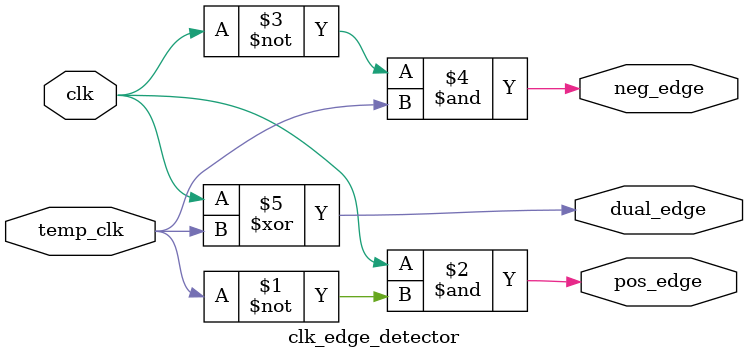
<source format=v>
module clk_edge_detector(
  input clk,temp_clk,
  output  pos_edge,neg_edge,dual_edge);

   assign pos_edge=clk&~temp_clk;//poseitive edge
   assign neg_edge=~clk&temp_clk;//negative edge
   assign dual_edge=clk^temp_clk;
endmodule
</source>
